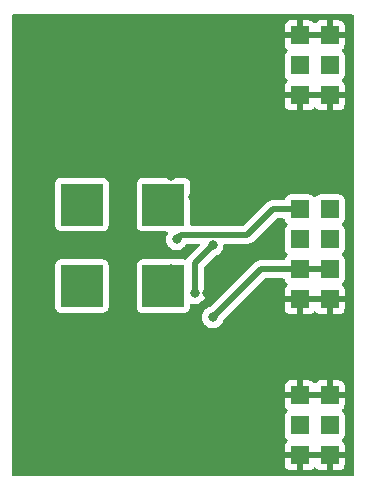
<source format=gbr>
%TF.GenerationSoftware,KiCad,Pcbnew,6.0.11+dfsg-1~bpo11+1*%
%TF.CreationDate,2023-05-25T08:31:50+00:00*%
%TF.ProjectId,SIPM02,5349504d-3032-42e6-9b69-6361645f7063,rev?*%
%TF.SameCoordinates,Original*%
%TF.FileFunction,Copper,L1,Top*%
%TF.FilePolarity,Positive*%
%FSLAX46Y46*%
G04 Gerber Fmt 4.6, Leading zero omitted, Abs format (unit mm)*
G04 Created by KiCad (PCBNEW 6.0.11+dfsg-1~bpo11+1) date 2023-05-25 08:31:50*
%MOMM*%
%LPD*%
G01*
G04 APERTURE LIST*
G04 Aperture macros list*
%AMOutline4P*
0 Free polygon, 4 corners , with rotation*
0 The origin of the aperture is its center*
0 number of corners: always 4*
0 $1 to $8 corner X, Y*
0 $9 Rotation angle, in degrees counterclockwise*
0 create outline with 4 corners*
4,1,4,$1,$2,$3,$4,$5,$6,$7,$8,$1,$2,$9*%
G04 Aperture macros list end*
%TA.AperFunction,ComponentPad*%
%ADD10C,6.000000*%
%TD*%
%TA.AperFunction,ComponentPad*%
%ADD11R,1.524000X1.524000*%
%TD*%
%TA.AperFunction,SMDPad,CuDef*%
%ADD12Outline4P,-1.750000X-1.750000X1.750000X-1.750000X1.750000X1.750000X-1.750000X1.750000X0.000000*%
%TD*%
%TA.AperFunction,SMDPad,CuDef*%
%ADD13Outline4P,-1.750000X-1.750000X1.750000X-1.750000X1.750000X1.750000X-1.750000X1.750000X90.000000*%
%TD*%
%TA.AperFunction,SMDPad,CuDef*%
%ADD14Outline4P,-1.750000X-1.750000X1.750000X-1.750000X1.750000X1.750000X-1.750000X1.750000X180.000000*%
%TD*%
%TA.AperFunction,SMDPad,CuDef*%
%ADD15Outline4P,-1.750000X-1.750000X1.750000X-1.750000X1.750000X1.750000X-1.750000X1.750000X270.000000*%
%TD*%
%TA.AperFunction,ViaPad*%
%ADD16C,0.800000*%
%TD*%
%TA.AperFunction,Conductor*%
%ADD17C,0.500000*%
%TD*%
%TA.AperFunction,Conductor*%
%ADD18C,0.400000*%
%TD*%
G04 APERTURE END LIST*
D10*
%TO.P,M2,1*%
%TO.N,GND*%
X5207000Y5080000D03*
%TD*%
%TO.P,M3,1*%
%TO.N,GND*%
X5207000Y35560000D03*
%TD*%
D11*
%TO.P,J10,1*%
%TO.N,/#PD*%
X25273000Y20828000D03*
%TO.P,J10,2*%
X27813000Y20828000D03*
%TD*%
%TO.P,J8,1*%
%TO.N,/OUT*%
X25273000Y18288000D03*
%TO.P,J8,2*%
X27813000Y18288000D03*
%TD*%
%TO.P,J4,1*%
%TO.N,GND*%
X25273000Y2540000D03*
%TO.P,J4,2*%
X27813000Y2540000D03*
%TD*%
%TO.P,J9,1*%
%TO.N,GND*%
X25273000Y15748000D03*
%TO.P,J9,2*%
X27813000Y15748000D03*
%TD*%
D12*
%TO.P,U1,1,A*%
%TO.N,Net-(C10-Pad2)*%
X6837000Y16870000D03*
D13*
%TO.P,U1,2,FO*%
%TO.N,Net-(R6-Pad1)*%
X13737000Y16870000D03*
D14*
%TO.P,U1,3,K*%
%TO.N,Net-(C6-Pad1)*%
X13737000Y23770000D03*
D15*
%TO.P,U1,4,NC*%
%TO.N,unconnected-(U1-Pad4)*%
X6837000Y23770000D03*
%TD*%
D11*
%TO.P,J1,1*%
%TO.N,GND*%
X25273000Y33020000D03*
%TO.P,J1,2*%
X27813000Y33020000D03*
%TD*%
%TO.P,J2,1*%
%TO.N,+28V*%
X25273000Y35560000D03*
%TO.P,J2,2*%
X27813000Y35560000D03*
%TD*%
%TO.P,J3,1*%
%TO.N,GND*%
X25273000Y38100000D03*
%TO.P,J3,2*%
X27813000Y38100000D03*
%TD*%
%TO.P,J5,1*%
%TO.N,/+3V6*%
X27813000Y5080000D03*
%TO.P,J5,2*%
X25273000Y5080000D03*
%TD*%
%TO.P,J6,1*%
%TO.N,GND*%
X27813000Y7620000D03*
%TO.P,J6,2*%
X25273000Y7620000D03*
%TD*%
%TO.P,J7,1*%
%TO.N,/DIRECT_OUT*%
X25273000Y23368000D03*
%TO.P,J7,2*%
X27813000Y23368000D03*
%TD*%
D10*
%TO.P,M1,1*%
%TO.N,GND*%
X15367000Y5080000D03*
%TD*%
%TO.P,M4,1*%
%TO.N,GND*%
X15367000Y35560000D03*
%TD*%
D16*
%TO.N,GND*%
X6096000Y26670000D03*
X7239000Y28448000D03*
X12827000Y11684000D03*
X16256000Y24384000D03*
X9271000Y33020000D03*
X10287000Y10160000D03*
X12065000Y27940000D03*
X10795000Y33020000D03*
X8763000Y13208000D03*
X20955000Y38100000D03*
X28067000Y25908000D03*
X22987000Y16256000D03*
X18415000Y23368000D03*
X7239000Y30988000D03*
X14351000Y26162000D03*
X10287000Y13208000D03*
X26035000Y13208000D03*
X11430000Y28956000D03*
X27559000Y13208000D03*
X16383000Y23368000D03*
X17399000Y16284502D03*
X26035000Y25908000D03*
X22987000Y13208000D03*
X7239000Y29464000D03*
X22987000Y14732000D03*
X20447000Y19812000D03*
X28067000Y27432000D03*
X24511000Y13208000D03*
X16383000Y22352000D03*
X7239000Y10160000D03*
X5715000Y10160000D03*
X6096000Y27813000D03*
X8763000Y10160000D03*
X22987000Y38100000D03*
X12446000Y28956000D03*
X26035000Y27432000D03*
X11811000Y10160000D03*
X13335000Y10160000D03*
X7239000Y27432000D03*
X28067000Y29464000D03*
X28067000Y30988000D03*
X26035000Y30988000D03*
X19431000Y36068000D03*
X7239000Y26543000D03*
X19431000Y34544000D03*
X19431000Y32512000D03*
X26035000Y29464000D03*
X19939000Y23368000D03*
X19431000Y38100000D03*
%TO.N,Net-(C6-Pad1)*%
X12827000Y24892000D03*
%TO.N,/DIRECT_OUT*%
X14859000Y20828000D03*
%TO.N,Net-(C10-Pad2)*%
X7747000Y15748000D03*
%TO.N,/OUT*%
X17907000Y14224000D03*
%TO.N,Net-(R6-Pad1)*%
X14351000Y18288000D03*
%TO.N,Net-(R10-Pad1)*%
X17907000Y20320000D03*
X16383000Y16256000D03*
%TD*%
D17*
%TO.N,GND*%
X7239000Y27432000D02*
X7239000Y26543000D01*
X19939000Y23368000D02*
X18415000Y23368000D01*
X10287000Y10160000D02*
X8763000Y10160000D01*
X19431000Y36068000D02*
X19431000Y38100000D01*
X7239000Y29464000D02*
X7239000Y30988000D01*
X19431000Y32512000D02*
X19431000Y34544000D01*
X7239000Y10160000D02*
X5715000Y10160000D01*
X22987000Y13208000D02*
X22987000Y14732000D01*
X13335000Y10160000D02*
X11811000Y10160000D01*
X27559000Y13208000D02*
X26035000Y13208000D01*
D18*
%TO.N,Net-(C6-Pad1)*%
X13137000Y24582000D02*
X12827000Y24892000D01*
X13137000Y23320000D02*
X13137000Y24582000D01*
D17*
%TO.N,/DIRECT_OUT*%
X22987000Y23368000D02*
X25273000Y23368000D01*
X14859000Y20828000D02*
X15258999Y21227999D01*
X20846999Y21227999D02*
X22987000Y23368000D01*
X15258999Y21227999D02*
X20846999Y21227999D01*
%TO.N,Net-(C10-Pad2)*%
X7437000Y16058000D02*
X7747000Y15748000D01*
X7437000Y17320000D02*
X7437000Y16058000D01*
%TO.N,/OUT*%
X17907000Y14224000D02*
X21971000Y18288000D01*
X25273000Y18288000D02*
X27813000Y18288000D01*
X21971000Y18288000D02*
X25273000Y18288000D01*
%TO.N,Net-(R6-Pad1)*%
X13533000Y17470000D02*
X14351000Y18288000D01*
X13287000Y17470000D02*
X13533000Y17470000D01*
%TO.N,Net-(R10-Pad1)*%
X16383000Y16256000D02*
X16383000Y18796000D01*
X16383000Y18796000D02*
X17907000Y20320000D01*
%TD*%
%TA.AperFunction,Conductor*%
%TO.N,GND*%
G36*
X29787121Y39857998D02*
G01*
X29833614Y39804342D01*
X29845000Y39752000D01*
X29845000Y888000D01*
X29824998Y819879D01*
X29771342Y773386D01*
X29719000Y762000D01*
X1015000Y762000D01*
X946879Y782002D01*
X900386Y835658D01*
X889000Y888000D01*
X889000Y2272452D01*
X23998000Y2272452D01*
X23998000Y1780257D01*
X23998161Y1775750D01*
X24002740Y1711731D01*
X24005126Y1698509D01*
X24041819Y1573542D01*
X24049233Y1557308D01*
X24118426Y1449640D01*
X24130112Y1436153D01*
X24226840Y1352338D01*
X24241848Y1342693D01*
X24358275Y1289523D01*
X24375388Y1284498D01*
X24506554Y1265639D01*
X24515495Y1265000D01*
X25000885Y1265000D01*
X25016124Y1269475D01*
X25017329Y1270865D01*
X25019000Y1278548D01*
X25019000Y2267885D01*
X25017659Y2272452D01*
X25527000Y2272452D01*
X25527000Y1283115D01*
X25531475Y1267876D01*
X25532865Y1266671D01*
X25540548Y1265000D01*
X26032743Y1265000D01*
X26037250Y1265161D01*
X26101269Y1269740D01*
X26114491Y1272126D01*
X26239458Y1308819D01*
X26255692Y1316233D01*
X26363360Y1385426D01*
X26376847Y1397112D01*
X26447677Y1478855D01*
X26507403Y1517239D01*
X26578400Y1517239D01*
X26638126Y1478856D01*
X26648900Y1464463D01*
X26658426Y1449640D01*
X26670112Y1436153D01*
X26766840Y1352338D01*
X26781848Y1342693D01*
X26898275Y1289523D01*
X26915388Y1284498D01*
X27046554Y1265639D01*
X27055495Y1265000D01*
X27540885Y1265000D01*
X27556124Y1269475D01*
X27557329Y1270865D01*
X27559000Y1278548D01*
X27559000Y2267885D01*
X27557659Y2272452D01*
X28067000Y2272452D01*
X28067000Y1283115D01*
X28071475Y1267876D01*
X28072865Y1266671D01*
X28080548Y1265000D01*
X28572743Y1265000D01*
X28577250Y1265161D01*
X28641269Y1269740D01*
X28654491Y1272126D01*
X28779458Y1308819D01*
X28795692Y1316233D01*
X28903360Y1385426D01*
X28916847Y1397112D01*
X29000662Y1493840D01*
X29010307Y1508848D01*
X29063477Y1625275D01*
X29068502Y1642388D01*
X29087361Y1773554D01*
X29088000Y1782497D01*
X29088000Y2267885D01*
X29083525Y2283124D01*
X29082135Y2284329D01*
X29074452Y2286000D01*
X28085115Y2286000D01*
X28069876Y2281525D01*
X28068671Y2280135D01*
X28067000Y2272452D01*
X27557659Y2272452D01*
X27554525Y2283124D01*
X27553135Y2284329D01*
X27545452Y2286000D01*
X25545115Y2286000D01*
X25529876Y2281525D01*
X25528671Y2280135D01*
X25527000Y2272452D01*
X25017659Y2272452D01*
X25014525Y2283124D01*
X25013135Y2284329D01*
X25005452Y2286000D01*
X24016115Y2286000D01*
X24000876Y2281525D01*
X23999671Y2280135D01*
X23998000Y2272452D01*
X889000Y2272452D01*
X889000Y5842000D01*
X23997500Y5842000D01*
X23997500Y4318000D01*
X24002727Y4244921D01*
X24043904Y4104684D01*
X24048775Y4097105D01*
X24118051Y3989309D01*
X24118053Y3989306D01*
X24122923Y3981729D01*
X24129733Y3975828D01*
X24211422Y3905043D01*
X24249805Y3845316D01*
X24249805Y3774320D01*
X24211421Y3714594D01*
X24197029Y3703821D01*
X24182640Y3694574D01*
X24169153Y3682888D01*
X24085338Y3586160D01*
X24075693Y3571152D01*
X24022523Y3454725D01*
X24017498Y3437612D01*
X23998639Y3306446D01*
X23998000Y3297505D01*
X23998000Y2812115D01*
X24002475Y2796876D01*
X24003865Y2795671D01*
X24011548Y2794000D01*
X29069885Y2794000D01*
X29085124Y2798475D01*
X29086329Y2799865D01*
X29088000Y2807548D01*
X29088000Y3299743D01*
X29087839Y3304250D01*
X29083260Y3368269D01*
X29080874Y3381491D01*
X29044181Y3506458D01*
X29036767Y3522692D01*
X28967574Y3630360D01*
X28955888Y3643846D01*
X28874534Y3714339D01*
X28836150Y3774065D01*
X28836150Y3845061D01*
X28874533Y3904788D01*
X28888925Y3915562D01*
X28903691Y3925051D01*
X28903694Y3925053D01*
X28911271Y3929923D01*
X28951048Y3975828D01*
X29001082Y4033569D01*
X29001084Y4033572D01*
X29006984Y4040381D01*
X29067700Y4173330D01*
X29078962Y4251660D01*
X29087861Y4313552D01*
X29087862Y4313559D01*
X29088500Y4318000D01*
X29088500Y5842000D01*
X29083273Y5915079D01*
X29042096Y6055316D01*
X28996393Y6126431D01*
X28967949Y6170691D01*
X28967947Y6170694D01*
X28963077Y6178271D01*
X28956267Y6184172D01*
X28874578Y6254957D01*
X28836195Y6314684D01*
X28836195Y6385680D01*
X28874579Y6445406D01*
X28888971Y6456179D01*
X28903360Y6465426D01*
X28916847Y6477112D01*
X29000662Y6573840D01*
X29010307Y6588848D01*
X29063477Y6705275D01*
X29068502Y6722388D01*
X29087361Y6853554D01*
X29088000Y6862497D01*
X29088000Y7347885D01*
X29083525Y7363124D01*
X29082135Y7364329D01*
X29074452Y7366000D01*
X24016115Y7366000D01*
X24000876Y7361525D01*
X23999671Y7360135D01*
X23998000Y7352452D01*
X23998000Y6860257D01*
X23998161Y6855750D01*
X24002740Y6791731D01*
X24005126Y6778509D01*
X24041819Y6653542D01*
X24049233Y6637308D01*
X24118426Y6529640D01*
X24130112Y6516154D01*
X24211466Y6445661D01*
X24249850Y6385935D01*
X24249850Y6314939D01*
X24211467Y6255212D01*
X24197075Y6244438D01*
X24182309Y6234949D01*
X24182306Y6234947D01*
X24174729Y6230077D01*
X24168828Y6223267D01*
X24084918Y6126431D01*
X24084916Y6126428D01*
X24079016Y6119619D01*
X24018300Y5986670D01*
X24017018Y5977755D01*
X24017018Y5977754D01*
X23998139Y5846448D01*
X23998138Y5846441D01*
X23997500Y5842000D01*
X889000Y5842000D01*
X889000Y8377505D01*
X23998000Y8377505D01*
X23998000Y7892115D01*
X24002475Y7876876D01*
X24003865Y7875671D01*
X24011548Y7874000D01*
X25000885Y7874000D01*
X25016124Y7878475D01*
X25017329Y7879865D01*
X25019000Y7887548D01*
X25019000Y8876885D01*
X25017659Y8881452D01*
X25527000Y8881452D01*
X25527000Y7892115D01*
X25531475Y7876876D01*
X25532865Y7875671D01*
X25540548Y7874000D01*
X27540885Y7874000D01*
X27556124Y7878475D01*
X27557329Y7879865D01*
X27559000Y7887548D01*
X27559000Y8876885D01*
X27557659Y8881452D01*
X28067000Y8881452D01*
X28067000Y7892115D01*
X28071475Y7876876D01*
X28072865Y7875671D01*
X28080548Y7874000D01*
X29069885Y7874000D01*
X29085124Y7878475D01*
X29086329Y7879865D01*
X29088000Y7887548D01*
X29088000Y8379743D01*
X29087839Y8384250D01*
X29083260Y8448269D01*
X29080874Y8461491D01*
X29044181Y8586458D01*
X29036767Y8602692D01*
X28967574Y8710360D01*
X28955888Y8723847D01*
X28859160Y8807662D01*
X28844152Y8817307D01*
X28727725Y8870477D01*
X28710612Y8875502D01*
X28579446Y8894361D01*
X28570505Y8895000D01*
X28085115Y8895000D01*
X28069876Y8890525D01*
X28068671Y8889135D01*
X28067000Y8881452D01*
X27557659Y8881452D01*
X27554525Y8892124D01*
X27553135Y8893329D01*
X27545452Y8895000D01*
X27053257Y8895000D01*
X27048750Y8894839D01*
X26984731Y8890260D01*
X26971509Y8887874D01*
X26846542Y8851181D01*
X26830308Y8843767D01*
X26722640Y8774574D01*
X26709153Y8762888D01*
X26638323Y8681145D01*
X26578597Y8642761D01*
X26507600Y8642761D01*
X26447874Y8681144D01*
X26437100Y8695537D01*
X26427574Y8710360D01*
X26415888Y8723847D01*
X26319160Y8807662D01*
X26304152Y8817307D01*
X26187725Y8870477D01*
X26170612Y8875502D01*
X26039446Y8894361D01*
X26030505Y8895000D01*
X25545115Y8895000D01*
X25529876Y8890525D01*
X25528671Y8889135D01*
X25527000Y8881452D01*
X25017659Y8881452D01*
X25014525Y8892124D01*
X25013135Y8893329D01*
X25005452Y8895000D01*
X24513257Y8895000D01*
X24508750Y8894839D01*
X24444731Y8890260D01*
X24431509Y8887874D01*
X24306542Y8851181D01*
X24290308Y8843767D01*
X24182640Y8774574D01*
X24169153Y8762888D01*
X24085338Y8666160D01*
X24075693Y8651152D01*
X24022523Y8534725D01*
X24017498Y8517612D01*
X23998639Y8386446D01*
X23998000Y8377505D01*
X889000Y8377505D01*
X889000Y18620000D01*
X4573500Y18620000D01*
X4573500Y15120000D01*
X4578727Y15046921D01*
X4619904Y14906684D01*
X4624775Y14899105D01*
X4694051Y14791309D01*
X4694053Y14791306D01*
X4698923Y14783729D01*
X4705733Y14777828D01*
X4802569Y14693918D01*
X4802572Y14693916D01*
X4809381Y14688016D01*
X4942330Y14627300D01*
X4951245Y14626018D01*
X4951246Y14626018D01*
X5082552Y14607139D01*
X5082559Y14607138D01*
X5087000Y14606500D01*
X8587000Y14606500D01*
X8660079Y14611727D01*
X8770513Y14644153D01*
X8791670Y14650365D01*
X8791672Y14650366D01*
X8800316Y14652904D01*
X8849125Y14684272D01*
X8915691Y14727051D01*
X8915694Y14727053D01*
X8923271Y14731923D01*
X8948416Y14760942D01*
X9013082Y14835569D01*
X9013084Y14835572D01*
X9018984Y14842381D01*
X9079700Y14975330D01*
X9096588Y15092790D01*
X9099861Y15115552D01*
X9099862Y15115559D01*
X9100500Y15120000D01*
X9100500Y18620000D01*
X9095273Y18693079D01*
X9071846Y18772864D01*
X9056635Y18824670D01*
X9056634Y18824672D01*
X9054096Y18833316D01*
X9028123Y18873731D01*
X8979949Y18948691D01*
X8979947Y18948694D01*
X8975077Y18956271D01*
X8942548Y18984458D01*
X8871431Y19046082D01*
X8871428Y19046084D01*
X8864619Y19051984D01*
X8781569Y19089912D01*
X8739864Y19108958D01*
X8739863Y19108958D01*
X8731670Y19112700D01*
X8722755Y19113982D01*
X8722754Y19113982D01*
X8591448Y19132861D01*
X8591441Y19132862D01*
X8587000Y19133500D01*
X5087000Y19133500D01*
X5013921Y19128273D01*
X4960884Y19112700D01*
X4882330Y19089635D01*
X4882328Y19089634D01*
X4873684Y19087096D01*
X4866105Y19082225D01*
X4758309Y19012949D01*
X4758306Y19012947D01*
X4750729Y19008077D01*
X4744828Y19001267D01*
X4660918Y18904431D01*
X4660916Y18904428D01*
X4655016Y18897619D01*
X4651272Y18889421D01*
X4620422Y18821868D01*
X4594300Y18764670D01*
X4593018Y18755755D01*
X4593018Y18755754D01*
X4574139Y18624448D01*
X4574138Y18624441D01*
X4573500Y18620000D01*
X889000Y18620000D01*
X889000Y25520000D01*
X4573500Y25520000D01*
X4573500Y22020000D01*
X4578727Y21946921D01*
X4619904Y21806684D01*
X4624775Y21799105D01*
X4694051Y21691309D01*
X4694053Y21691306D01*
X4698923Y21683729D01*
X4705733Y21677828D01*
X4802569Y21593918D01*
X4802572Y21593916D01*
X4809381Y21588016D01*
X4942330Y21527300D01*
X4951245Y21526018D01*
X4951246Y21526018D01*
X5082552Y21507139D01*
X5082559Y21507138D01*
X5087000Y21506500D01*
X8587000Y21506500D01*
X8660079Y21511727D01*
X8738165Y21534655D01*
X8791670Y21550365D01*
X8791672Y21550366D01*
X8800316Y21552904D01*
X8864135Y21593918D01*
X8915691Y21627051D01*
X8915694Y21627053D01*
X8923271Y21631923D01*
X8963048Y21677828D01*
X9013082Y21735569D01*
X9013084Y21735572D01*
X9018984Y21742381D01*
X9079700Y21875330D01*
X9080982Y21884246D01*
X9099861Y22015552D01*
X9099862Y22015559D01*
X9100500Y22020000D01*
X9100500Y25520000D01*
X11473500Y25520000D01*
X11473500Y22020000D01*
X11478727Y21946921D01*
X11519904Y21806684D01*
X11524775Y21799105D01*
X11594051Y21691309D01*
X11594053Y21691306D01*
X11598923Y21683729D01*
X11605733Y21677828D01*
X11702569Y21593918D01*
X11702572Y21593916D01*
X11709381Y21588016D01*
X11842330Y21527300D01*
X11851245Y21526018D01*
X11851246Y21526018D01*
X11982552Y21507139D01*
X11982559Y21507138D01*
X11987000Y21506500D01*
X13983453Y21506500D01*
X14051574Y21486498D01*
X14098067Y21432842D01*
X14108171Y21362568D01*
X14092572Y21317500D01*
X14024476Y21199554D01*
X13965462Y21017927D01*
X13945500Y20828000D01*
X13946190Y20821435D01*
X13959443Y20695345D01*
X13965462Y20638073D01*
X13967502Y20631795D01*
X13967502Y20631794D01*
X13981835Y20587681D01*
X14024476Y20456446D01*
X14119963Y20291058D01*
X14247749Y20149137D01*
X14253091Y20145256D01*
X14253093Y20145254D01*
X14368300Y20061552D01*
X14402250Y20036886D01*
X14408278Y20034202D01*
X14408280Y20034201D01*
X14570682Y19961895D01*
X14576713Y19959210D01*
X14670113Y19939357D01*
X14757056Y19920876D01*
X14757061Y19920876D01*
X14763513Y19919504D01*
X14954487Y19919504D01*
X14960939Y19920876D01*
X14960944Y19920876D01*
X15047887Y19939357D01*
X15141287Y19959210D01*
X15147318Y19961895D01*
X15309720Y20034201D01*
X15309722Y20034202D01*
X15315750Y20036886D01*
X15349700Y20061552D01*
X15464907Y20145254D01*
X15464909Y20145256D01*
X15470251Y20149137D01*
X15598037Y20291058D01*
X15664687Y20406499D01*
X15716070Y20455492D01*
X15773806Y20469499D01*
X16679628Y20469499D01*
X16747749Y20449497D01*
X16794242Y20395841D01*
X16804346Y20325567D01*
X16774852Y20260987D01*
X16768723Y20254404D01*
X15893322Y19379003D01*
X15878911Y19366618D01*
X15862294Y19354389D01*
X15839551Y19327619D01*
X15829382Y19315649D01*
X15822452Y19308133D01*
X15816335Y19302016D01*
X15814062Y19299143D01*
X15814054Y19299134D01*
X15797854Y19278657D01*
X15795063Y19275253D01*
X15752545Y19225206D01*
X15747803Y19219624D01*
X15744475Y19213106D01*
X15741123Y19208081D01*
X15737946Y19202937D01*
X15733406Y19197198D01*
X15730305Y19190563D01*
X15729563Y19188977D01*
X15728769Y19188077D01*
X15726461Y19184340D01*
X15725821Y19184735D01*
X15682597Y19135736D01*
X15614302Y19116338D01*
X15597487Y19117615D01*
X15491448Y19132861D01*
X15491441Y19132862D01*
X15487000Y19133500D01*
X14712380Y19133500D01*
X14661131Y19144393D01*
X14639318Y19154105D01*
X14639316Y19154105D01*
X14633287Y19156790D01*
X14539887Y19176643D01*
X14452944Y19195124D01*
X14452939Y19195124D01*
X14446487Y19196496D01*
X14255513Y19196496D01*
X14249061Y19195124D01*
X14249056Y19195124D01*
X14162113Y19176643D01*
X14068713Y19156790D01*
X14062684Y19154105D01*
X14062682Y19154105D01*
X14040869Y19144393D01*
X13989620Y19133500D01*
X11987000Y19133500D01*
X11913921Y19128273D01*
X11860884Y19112700D01*
X11782330Y19089635D01*
X11782328Y19089634D01*
X11773684Y19087096D01*
X11766105Y19082225D01*
X11658309Y19012949D01*
X11658306Y19012947D01*
X11650729Y19008077D01*
X11644828Y19001267D01*
X11560918Y18904431D01*
X11560916Y18904428D01*
X11555016Y18897619D01*
X11551272Y18889421D01*
X11520422Y18821868D01*
X11494300Y18764670D01*
X11493018Y18755755D01*
X11493018Y18755754D01*
X11474139Y18624448D01*
X11474138Y18624441D01*
X11473500Y18620000D01*
X11473500Y15120000D01*
X11478727Y15046921D01*
X11519904Y14906684D01*
X11524775Y14899105D01*
X11594051Y14791309D01*
X11594053Y14791306D01*
X11598923Y14783729D01*
X11605733Y14777828D01*
X11702569Y14693918D01*
X11702572Y14693916D01*
X11709381Y14688016D01*
X11842330Y14627300D01*
X11851245Y14626018D01*
X11851246Y14626018D01*
X11982552Y14607139D01*
X11982559Y14607138D01*
X11987000Y14606500D01*
X15487000Y14606500D01*
X15560079Y14611727D01*
X15670513Y14644153D01*
X15691670Y14650365D01*
X15691672Y14650366D01*
X15700316Y14652904D01*
X15749125Y14684272D01*
X15815691Y14727051D01*
X15815694Y14727053D01*
X15823271Y14731923D01*
X15848416Y14760942D01*
X15913082Y14835569D01*
X15913084Y14835572D01*
X15918984Y14842381D01*
X15979700Y14975330D01*
X15996588Y15092790D01*
X15999861Y15115552D01*
X15999862Y15115559D01*
X16000500Y15120000D01*
X16000500Y15252913D01*
X16020502Y15321034D01*
X16074158Y15367527D01*
X16144432Y15377631D01*
X16152697Y15376160D01*
X16281056Y15348876D01*
X16281061Y15348876D01*
X16287513Y15347504D01*
X16478487Y15347504D01*
X16484939Y15348876D01*
X16484944Y15348876D01*
X16572687Y15367527D01*
X16665287Y15387210D01*
X16765501Y15431828D01*
X16833720Y15462201D01*
X16833722Y15462202D01*
X16839750Y15464886D01*
X16875864Y15491124D01*
X16988907Y15573254D01*
X16988909Y15573256D01*
X16994251Y15577137D01*
X17122037Y15719058D01*
X17217524Y15884446D01*
X17242043Y15959907D01*
X17274498Y16059794D01*
X17274498Y16059795D01*
X17276538Y16066073D01*
X17296500Y16256000D01*
X17276538Y16445927D01*
X17217524Y16627554D01*
X17158381Y16729993D01*
X17141500Y16792992D01*
X17141500Y18429629D01*
X17161502Y18497750D01*
X17178405Y18518724D01*
X18063337Y19403656D01*
X18126234Y19437808D01*
X18189287Y19451210D01*
X18215615Y19462932D01*
X18357720Y19526201D01*
X18357722Y19526202D01*
X18363750Y19528886D01*
X18369092Y19532767D01*
X18512907Y19637254D01*
X18512909Y19637256D01*
X18518251Y19641137D01*
X18592706Y19723828D01*
X18641618Y19778150D01*
X18641619Y19778151D01*
X18646037Y19783058D01*
X18724814Y19919504D01*
X18738220Y19942723D01*
X18738221Y19942724D01*
X18741524Y19948446D01*
X18778988Y20063750D01*
X18798498Y20123794D01*
X18798498Y20123795D01*
X18800538Y20130073D01*
X18820500Y20320000D01*
X18819415Y20330323D01*
X18819810Y20332483D01*
X18819810Y20333171D01*
X18819936Y20333171D01*
X18832184Y20400162D01*
X18880683Y20452011D01*
X18944724Y20469499D01*
X20781012Y20469499D01*
X20799962Y20468066D01*
X20813119Y20466064D01*
X20813123Y20466064D01*
X20820353Y20464964D01*
X20827645Y20465557D01*
X20827648Y20465557D01*
X20871009Y20469084D01*
X20881223Y20469499D01*
X20889885Y20469499D01*
X20893519Y20469923D01*
X20893523Y20469923D01*
X20919482Y20472950D01*
X20923861Y20473383D01*
X20932646Y20474098D01*
X20996604Y20479299D01*
X21003567Y20481555D01*
X21009455Y20482731D01*
X21015372Y20484129D01*
X21022642Y20484977D01*
X21091266Y20509886D01*
X21095394Y20511303D01*
X21157867Y20531541D01*
X21157872Y20531543D01*
X21164829Y20533797D01*
X21171083Y20537592D01*
X21176561Y20540100D01*
X21181980Y20542814D01*
X21188863Y20545312D01*
X21249922Y20585344D01*
X21253611Y20587671D01*
X21277829Y20602367D01*
X21311207Y20622621D01*
X21311211Y20622624D01*
X21316005Y20625533D01*
X21325309Y20633750D01*
X21327893Y20635971D01*
X21330623Y20638254D01*
X21336746Y20642268D01*
X21385876Y20694131D01*
X21388254Y20696573D01*
X23264276Y22572595D01*
X23326588Y22606621D01*
X23353371Y22609500D01*
X23885919Y22609500D01*
X23954040Y22589498D01*
X24000533Y22535842D01*
X24006815Y22518998D01*
X24043904Y22392684D01*
X24048775Y22385105D01*
X24118051Y22277309D01*
X24118053Y22277306D01*
X24122923Y22269729D01*
X24198962Y22203841D01*
X24211033Y22193381D01*
X24249416Y22133655D01*
X24249416Y22062659D01*
X24211032Y22002932D01*
X24196642Y21992160D01*
X24174729Y21978077D01*
X24168828Y21971267D01*
X24084918Y21874431D01*
X24084916Y21874428D01*
X24079016Y21867619D01*
X24018300Y21734670D01*
X24017018Y21725755D01*
X24017018Y21725754D01*
X23998139Y21594448D01*
X23998138Y21594441D01*
X23997500Y21590000D01*
X23997500Y20066000D01*
X24002727Y19992921D01*
X24043904Y19852684D01*
X24048775Y19845105D01*
X24118051Y19737309D01*
X24118053Y19737306D01*
X24122923Y19729729D01*
X24198962Y19663841D01*
X24211033Y19653381D01*
X24249416Y19593655D01*
X24249416Y19522659D01*
X24211032Y19462932D01*
X24196642Y19452160D01*
X24174729Y19438077D01*
X24168828Y19431267D01*
X24084918Y19334431D01*
X24084916Y19334428D01*
X24079016Y19327619D01*
X24018300Y19194670D01*
X24017018Y19185756D01*
X24017016Y19185748D01*
X24012533Y19154567D01*
X23983040Y19089987D01*
X23923313Y19051604D01*
X23887816Y19046500D01*
X22036987Y19046500D01*
X22018037Y19047933D01*
X22004880Y19049935D01*
X22004876Y19049935D01*
X21997646Y19051035D01*
X21990354Y19050442D01*
X21990351Y19050442D01*
X21946990Y19046915D01*
X21936776Y19046500D01*
X21928114Y19046500D01*
X21924480Y19046076D01*
X21924476Y19046076D01*
X21898517Y19043049D01*
X21894138Y19042616D01*
X21885353Y19041901D01*
X21821395Y19036700D01*
X21814432Y19034444D01*
X21808544Y19033268D01*
X21802627Y19031870D01*
X21795357Y19031022D01*
X21726733Y19006113D01*
X21722605Y19004696D01*
X21660132Y18984458D01*
X21660127Y18984456D01*
X21653170Y18982202D01*
X21646916Y18978407D01*
X21641438Y18975899D01*
X21636019Y18973185D01*
X21629136Y18970687D01*
X21568077Y18930655D01*
X21564388Y18928328D01*
X21540170Y18913632D01*
X21506792Y18893378D01*
X21506788Y18893375D01*
X21501994Y18890466D01*
X21497788Y18886751D01*
X21492690Y18882249D01*
X21490106Y18880028D01*
X21487376Y18877745D01*
X21481253Y18873731D01*
X21476218Y18868416D01*
X21432123Y18821868D01*
X21429745Y18819426D01*
X17750663Y15140344D01*
X17687766Y15106192D01*
X17624713Y15092790D01*
X17618683Y15090105D01*
X17618682Y15090105D01*
X17456280Y15017799D01*
X17456278Y15017798D01*
X17450250Y15015114D01*
X17444909Y15011234D01*
X17444908Y15011233D01*
X17301093Y14906746D01*
X17301091Y14906744D01*
X17295749Y14902863D01*
X17291328Y14897953D01*
X17291327Y14897952D01*
X17195306Y14791309D01*
X17167963Y14760942D01*
X17116880Y14672463D01*
X17078889Y14606661D01*
X17072476Y14595554D01*
X17070434Y14589269D01*
X17032864Y14473639D01*
X17013462Y14413927D01*
X16993500Y14224000D01*
X17013462Y14034073D01*
X17072476Y13852446D01*
X17167963Y13687058D01*
X17295749Y13545137D01*
X17301091Y13541256D01*
X17301093Y13541254D01*
X17444908Y13436767D01*
X17450250Y13432886D01*
X17456278Y13430202D01*
X17456280Y13430201D01*
X17618682Y13357895D01*
X17624713Y13355210D01*
X17718113Y13335357D01*
X17805056Y13316876D01*
X17805061Y13316876D01*
X17811513Y13315504D01*
X18002487Y13315504D01*
X18008939Y13316876D01*
X18008944Y13316876D01*
X18095887Y13335357D01*
X18189287Y13355210D01*
X18195318Y13357895D01*
X18357720Y13430201D01*
X18357722Y13430202D01*
X18363750Y13432886D01*
X18369092Y13436767D01*
X18512907Y13541254D01*
X18512909Y13541256D01*
X18518251Y13545137D01*
X18646037Y13687058D01*
X18741524Y13852446D01*
X18796381Y14021279D01*
X18827119Y14071438D01*
X20236133Y15480452D01*
X23998000Y15480452D01*
X23998000Y14988257D01*
X23998161Y14983750D01*
X24002740Y14919731D01*
X24005126Y14906509D01*
X24041819Y14781542D01*
X24049233Y14765308D01*
X24118426Y14657640D01*
X24130112Y14644153D01*
X24226840Y14560338D01*
X24241848Y14550693D01*
X24358275Y14497523D01*
X24375388Y14492498D01*
X24506554Y14473639D01*
X24515495Y14473000D01*
X25000885Y14473000D01*
X25016124Y14477475D01*
X25017329Y14478865D01*
X25019000Y14486548D01*
X25019000Y15475885D01*
X25017659Y15480452D01*
X25527000Y15480452D01*
X25527000Y14491115D01*
X25531475Y14475876D01*
X25532865Y14474671D01*
X25540548Y14473000D01*
X26032743Y14473000D01*
X26037250Y14473161D01*
X26101269Y14477740D01*
X26114491Y14480126D01*
X26239458Y14516819D01*
X26255692Y14524233D01*
X26363360Y14593426D01*
X26376847Y14605112D01*
X26447677Y14686855D01*
X26507403Y14725239D01*
X26578400Y14725239D01*
X26638126Y14686856D01*
X26648900Y14672463D01*
X26658426Y14657640D01*
X26670112Y14644153D01*
X26766840Y14560338D01*
X26781848Y14550693D01*
X26898275Y14497523D01*
X26915388Y14492498D01*
X27046554Y14473639D01*
X27055495Y14473000D01*
X27540885Y14473000D01*
X27556124Y14477475D01*
X27557329Y14478865D01*
X27559000Y14486548D01*
X27559000Y15475885D01*
X27557659Y15480452D01*
X28067000Y15480452D01*
X28067000Y14491115D01*
X28071475Y14475876D01*
X28072865Y14474671D01*
X28080548Y14473000D01*
X28572743Y14473000D01*
X28577250Y14473161D01*
X28641269Y14477740D01*
X28654491Y14480126D01*
X28779458Y14516819D01*
X28795692Y14524233D01*
X28903360Y14593426D01*
X28916847Y14605112D01*
X29000662Y14701840D01*
X29010307Y14716848D01*
X29063477Y14833275D01*
X29068502Y14850388D01*
X29087361Y14981554D01*
X29088000Y14990497D01*
X29088000Y15475885D01*
X29083525Y15491124D01*
X29082135Y15492329D01*
X29074452Y15494000D01*
X28085115Y15494000D01*
X28069876Y15489525D01*
X28068671Y15488135D01*
X28067000Y15480452D01*
X27557659Y15480452D01*
X27554525Y15491124D01*
X27553135Y15492329D01*
X27545452Y15494000D01*
X25545115Y15494000D01*
X25529876Y15489525D01*
X25528671Y15488135D01*
X25527000Y15480452D01*
X25017659Y15480452D01*
X25014525Y15491124D01*
X25013135Y15492329D01*
X25005452Y15494000D01*
X24016115Y15494000D01*
X24000876Y15489525D01*
X23999671Y15488135D01*
X23998000Y15480452D01*
X20236133Y15480452D01*
X22248276Y17492595D01*
X22310588Y17526621D01*
X22337371Y17529500D01*
X23885919Y17529500D01*
X23954040Y17509498D01*
X24000533Y17455842D01*
X24006815Y17438998D01*
X24043904Y17312684D01*
X24048775Y17305105D01*
X24118051Y17197309D01*
X24118053Y17197306D01*
X24122923Y17189729D01*
X24129733Y17183828D01*
X24211422Y17113043D01*
X24249805Y17053316D01*
X24249805Y16982320D01*
X24211421Y16922594D01*
X24197029Y16911821D01*
X24182640Y16902574D01*
X24169153Y16890888D01*
X24085338Y16794160D01*
X24075693Y16779152D01*
X24022523Y16662725D01*
X24017498Y16645612D01*
X23998639Y16514446D01*
X23998000Y16505505D01*
X23998000Y16020115D01*
X24002475Y16004876D01*
X24003865Y16003671D01*
X24011548Y16002000D01*
X29069885Y16002000D01*
X29085124Y16006475D01*
X29086329Y16007865D01*
X29088000Y16015548D01*
X29088000Y16507743D01*
X29087839Y16512250D01*
X29083260Y16576269D01*
X29080874Y16589491D01*
X29044181Y16714458D01*
X29036767Y16730692D01*
X28967574Y16838360D01*
X28955888Y16851846D01*
X28874534Y16922339D01*
X28836150Y16982065D01*
X28836150Y17053061D01*
X28874533Y17112788D01*
X28888925Y17123562D01*
X28903691Y17133051D01*
X28903694Y17133053D01*
X28911271Y17137923D01*
X28951048Y17183828D01*
X29001082Y17241569D01*
X29001084Y17241572D01*
X29006984Y17248381D01*
X29067700Y17381330D01*
X29078413Y17455842D01*
X29087861Y17521552D01*
X29087862Y17521559D01*
X29088500Y17526000D01*
X29088500Y19050000D01*
X29083273Y19123079D01*
X29042096Y19263316D01*
X28996393Y19334431D01*
X28967949Y19378691D01*
X28967947Y19378694D01*
X28963077Y19386271D01*
X28874967Y19462620D01*
X28836584Y19522345D01*
X28836584Y19593341D01*
X28874968Y19653068D01*
X28889359Y19663841D01*
X28911271Y19677923D01*
X28951048Y19723828D01*
X29001082Y19781569D01*
X29001084Y19781572D01*
X29006984Y19788381D01*
X29067700Y19921330D01*
X29078962Y19999660D01*
X29087861Y20061552D01*
X29087862Y20061559D01*
X29088500Y20066000D01*
X29088500Y21590000D01*
X29083273Y21663079D01*
X29042096Y21803316D01*
X28990085Y21884246D01*
X28967949Y21918691D01*
X28967947Y21918694D01*
X28963077Y21926271D01*
X28874967Y22002620D01*
X28836584Y22062345D01*
X28836584Y22133341D01*
X28874968Y22193068D01*
X28889359Y22203841D01*
X28911271Y22217923D01*
X28951048Y22263828D01*
X29001082Y22321569D01*
X29001084Y22321572D01*
X29006984Y22328381D01*
X29067700Y22461330D01*
X29078413Y22535842D01*
X29087861Y22601552D01*
X29087862Y22601559D01*
X29088500Y22606000D01*
X29088500Y24130000D01*
X29083273Y24203079D01*
X29042096Y24343316D01*
X28996393Y24414431D01*
X28967949Y24458691D01*
X28967947Y24458694D01*
X28963077Y24466271D01*
X28956267Y24472172D01*
X28859431Y24556082D01*
X28859428Y24556084D01*
X28852619Y24561984D01*
X28719670Y24622700D01*
X28710755Y24623982D01*
X28710754Y24623982D01*
X28579448Y24642861D01*
X28579441Y24642862D01*
X28575000Y24643500D01*
X27051000Y24643500D01*
X26977921Y24638273D01*
X26924884Y24622700D01*
X26846330Y24599635D01*
X26846328Y24599634D01*
X26837684Y24597096D01*
X26830105Y24592225D01*
X26722309Y24522949D01*
X26722306Y24522947D01*
X26714729Y24518077D01*
X26663271Y24458691D01*
X26638381Y24429967D01*
X26578655Y24391584D01*
X26507659Y24391584D01*
X26447932Y24429968D01*
X26437159Y24444359D01*
X26427948Y24458691D01*
X26423077Y24466271D01*
X26416267Y24472172D01*
X26319431Y24556082D01*
X26319428Y24556084D01*
X26312619Y24561984D01*
X26179670Y24622700D01*
X26170755Y24623982D01*
X26170754Y24623982D01*
X26039448Y24642861D01*
X26039441Y24642862D01*
X26035000Y24643500D01*
X24511000Y24643500D01*
X24437921Y24638273D01*
X24384884Y24622700D01*
X24306330Y24599635D01*
X24306328Y24599634D01*
X24297684Y24597096D01*
X24290105Y24592225D01*
X24182309Y24522949D01*
X24182306Y24522947D01*
X24174729Y24518077D01*
X24168828Y24511267D01*
X24084918Y24414431D01*
X24084916Y24414428D01*
X24079016Y24407619D01*
X24018300Y24274670D01*
X24017018Y24265756D01*
X24017016Y24265748D01*
X24012533Y24234567D01*
X23983040Y24169987D01*
X23923313Y24131604D01*
X23887816Y24126500D01*
X23052987Y24126500D01*
X23034036Y24127933D01*
X23020879Y24129935D01*
X23020876Y24129935D01*
X23013646Y24131035D01*
X23006354Y24130442D01*
X23006351Y24130442D01*
X22962993Y24126915D01*
X22952778Y24126500D01*
X22944114Y24126500D01*
X22940480Y24126076D01*
X22940474Y24126076D01*
X22930533Y24124917D01*
X22914485Y24123046D01*
X22910158Y24122618D01*
X22880994Y24120246D01*
X22844692Y24117293D01*
X22844688Y24117292D01*
X22837395Y24116699D01*
X22830434Y24114444D01*
X22824503Y24113259D01*
X22818627Y24111870D01*
X22811357Y24111022D01*
X22742722Y24086109D01*
X22738618Y24084701D01*
X22723865Y24079921D01*
X22676134Y24064459D01*
X22676129Y24064457D01*
X22669169Y24062202D01*
X22662911Y24058404D01*
X22657437Y24055898D01*
X22652020Y24053186D01*
X22645136Y24050687D01*
X22639015Y24046674D01*
X22639013Y24046673D01*
X22584089Y24010664D01*
X22580372Y24008319D01*
X22517993Y23970465D01*
X22513790Y23966753D01*
X22508690Y23962249D01*
X22506108Y23960031D01*
X22503369Y23957741D01*
X22497253Y23953731D01*
X22492223Y23948421D01*
X22448123Y23901868D01*
X22445745Y23899426D01*
X20569723Y22023404D01*
X20507411Y21989378D01*
X20480628Y21986499D01*
X16126500Y21986499D01*
X16058379Y22006501D01*
X16011886Y22060157D01*
X16000500Y22112499D01*
X16000500Y25520000D01*
X15995273Y25593079D01*
X15954096Y25733316D01*
X15908393Y25804431D01*
X15879949Y25848691D01*
X15879947Y25848694D01*
X15875077Y25856271D01*
X15868267Y25862172D01*
X15771431Y25946082D01*
X15771428Y25946084D01*
X15764619Y25951984D01*
X15631670Y26012700D01*
X15622755Y26013982D01*
X15622754Y26013982D01*
X15491448Y26032861D01*
X15491441Y26032862D01*
X15487000Y26033500D01*
X11987000Y26033500D01*
X11913921Y26028273D01*
X11860884Y26012700D01*
X11782330Y25989635D01*
X11782328Y25989634D01*
X11773684Y25987096D01*
X11766105Y25982225D01*
X11658309Y25912949D01*
X11658306Y25912947D01*
X11650729Y25908077D01*
X11644828Y25901267D01*
X11560918Y25804431D01*
X11560916Y25804428D01*
X11555016Y25797619D01*
X11494300Y25664670D01*
X11493018Y25655755D01*
X11493018Y25655754D01*
X11474139Y25524448D01*
X11474138Y25524441D01*
X11473500Y25520000D01*
X9100500Y25520000D01*
X9095273Y25593079D01*
X9054096Y25733316D01*
X9008393Y25804431D01*
X8979949Y25848691D01*
X8979947Y25848694D01*
X8975077Y25856271D01*
X8968267Y25862172D01*
X8871431Y25946082D01*
X8871428Y25946084D01*
X8864619Y25951984D01*
X8731670Y26012700D01*
X8722755Y26013982D01*
X8722754Y26013982D01*
X8591448Y26032861D01*
X8591441Y26032862D01*
X8587000Y26033500D01*
X5087000Y26033500D01*
X5013921Y26028273D01*
X4960884Y26012700D01*
X4882330Y25989635D01*
X4882328Y25989634D01*
X4873684Y25987096D01*
X4866105Y25982225D01*
X4758309Y25912949D01*
X4758306Y25912947D01*
X4750729Y25908077D01*
X4744828Y25901267D01*
X4660918Y25804431D01*
X4660916Y25804428D01*
X4655016Y25797619D01*
X4594300Y25664670D01*
X4593018Y25655755D01*
X4593018Y25655754D01*
X4574139Y25524448D01*
X4574138Y25524441D01*
X4573500Y25520000D01*
X889000Y25520000D01*
X889000Y32752452D01*
X23998000Y32752452D01*
X23998000Y32260257D01*
X23998161Y32255750D01*
X24002740Y32191731D01*
X24005126Y32178509D01*
X24041819Y32053542D01*
X24049233Y32037308D01*
X24118426Y31929640D01*
X24130112Y31916153D01*
X24226840Y31832338D01*
X24241848Y31822693D01*
X24358275Y31769523D01*
X24375388Y31764498D01*
X24506554Y31745639D01*
X24515495Y31745000D01*
X25000885Y31745000D01*
X25016124Y31749475D01*
X25017329Y31750865D01*
X25019000Y31758548D01*
X25019000Y32747885D01*
X25017659Y32752452D01*
X25527000Y32752452D01*
X25527000Y31763115D01*
X25531475Y31747876D01*
X25532865Y31746671D01*
X25540548Y31745000D01*
X26032743Y31745000D01*
X26037250Y31745161D01*
X26101269Y31749740D01*
X26114491Y31752126D01*
X26239458Y31788819D01*
X26255692Y31796233D01*
X26363360Y31865426D01*
X26376847Y31877112D01*
X26447677Y31958855D01*
X26507403Y31997239D01*
X26578400Y31997239D01*
X26638126Y31958856D01*
X26648900Y31944463D01*
X26658426Y31929640D01*
X26670112Y31916153D01*
X26766840Y31832338D01*
X26781848Y31822693D01*
X26898275Y31769523D01*
X26915388Y31764498D01*
X27046554Y31745639D01*
X27055495Y31745000D01*
X27540885Y31745000D01*
X27556124Y31749475D01*
X27557329Y31750865D01*
X27559000Y31758548D01*
X27559000Y32747885D01*
X27557659Y32752452D01*
X28067000Y32752452D01*
X28067000Y31763115D01*
X28071475Y31747876D01*
X28072865Y31746671D01*
X28080548Y31745000D01*
X28572743Y31745000D01*
X28577250Y31745161D01*
X28641269Y31749740D01*
X28654491Y31752126D01*
X28779458Y31788819D01*
X28795692Y31796233D01*
X28903360Y31865426D01*
X28916847Y31877112D01*
X29000662Y31973840D01*
X29010307Y31988848D01*
X29063477Y32105275D01*
X29068502Y32122388D01*
X29087361Y32253554D01*
X29088000Y32262497D01*
X29088000Y32747885D01*
X29083525Y32763124D01*
X29082135Y32764329D01*
X29074452Y32766000D01*
X28085115Y32766000D01*
X28069876Y32761525D01*
X28068671Y32760135D01*
X28067000Y32752452D01*
X27557659Y32752452D01*
X27554525Y32763124D01*
X27553135Y32764329D01*
X27545452Y32766000D01*
X25545115Y32766000D01*
X25529876Y32761525D01*
X25528671Y32760135D01*
X25527000Y32752452D01*
X25017659Y32752452D01*
X25014525Y32763124D01*
X25013135Y32764329D01*
X25005452Y32766000D01*
X24016115Y32766000D01*
X24000876Y32761525D01*
X23999671Y32760135D01*
X23998000Y32752452D01*
X889000Y32752452D01*
X889000Y36322000D01*
X23997500Y36322000D01*
X23997500Y34798000D01*
X24002727Y34724921D01*
X24043904Y34584684D01*
X24048775Y34577105D01*
X24118051Y34469309D01*
X24118053Y34469306D01*
X24122923Y34461729D01*
X24129733Y34455828D01*
X24211422Y34385043D01*
X24249805Y34325316D01*
X24249805Y34254320D01*
X24211421Y34194594D01*
X24197029Y34183821D01*
X24182640Y34174574D01*
X24169153Y34162888D01*
X24085338Y34066160D01*
X24075693Y34051152D01*
X24022523Y33934725D01*
X24017498Y33917612D01*
X23998639Y33786446D01*
X23998000Y33777505D01*
X23998000Y33292115D01*
X24002475Y33276876D01*
X24003865Y33275671D01*
X24011548Y33274000D01*
X29069885Y33274000D01*
X29085124Y33278475D01*
X29086329Y33279865D01*
X29088000Y33287548D01*
X29088000Y33779743D01*
X29087839Y33784250D01*
X29083260Y33848269D01*
X29080874Y33861491D01*
X29044181Y33986458D01*
X29036767Y34002692D01*
X28967574Y34110360D01*
X28955888Y34123846D01*
X28874534Y34194339D01*
X28836150Y34254065D01*
X28836150Y34325061D01*
X28874533Y34384788D01*
X28888925Y34395562D01*
X28903691Y34405051D01*
X28903694Y34405053D01*
X28911271Y34409923D01*
X28951048Y34455828D01*
X29001082Y34513569D01*
X29001084Y34513572D01*
X29006984Y34520381D01*
X29067700Y34653330D01*
X29078962Y34731660D01*
X29087861Y34793552D01*
X29087862Y34793559D01*
X29088500Y34798000D01*
X29088500Y36322000D01*
X29083273Y36395079D01*
X29042096Y36535316D01*
X28996393Y36606431D01*
X28967949Y36650691D01*
X28967947Y36650694D01*
X28963077Y36658271D01*
X28956267Y36664172D01*
X28874578Y36734957D01*
X28836195Y36794684D01*
X28836195Y36865680D01*
X28874579Y36925406D01*
X28888971Y36936179D01*
X28903360Y36945426D01*
X28916847Y36957112D01*
X29000662Y37053840D01*
X29010307Y37068848D01*
X29063477Y37185275D01*
X29068502Y37202388D01*
X29087361Y37333554D01*
X29088000Y37342497D01*
X29088000Y37827885D01*
X29083525Y37843124D01*
X29082135Y37844329D01*
X29074452Y37846000D01*
X24016115Y37846000D01*
X24000876Y37841525D01*
X23999671Y37840135D01*
X23998000Y37832452D01*
X23998000Y37340257D01*
X23998161Y37335750D01*
X24002740Y37271731D01*
X24005126Y37258509D01*
X24041819Y37133542D01*
X24049233Y37117308D01*
X24118426Y37009640D01*
X24130112Y36996154D01*
X24211466Y36925661D01*
X24249850Y36865935D01*
X24249850Y36794939D01*
X24211467Y36735212D01*
X24197075Y36724438D01*
X24182309Y36714949D01*
X24182306Y36714947D01*
X24174729Y36710077D01*
X24168828Y36703267D01*
X24084918Y36606431D01*
X24084916Y36606428D01*
X24079016Y36599619D01*
X24018300Y36466670D01*
X24017018Y36457755D01*
X24017018Y36457754D01*
X23998139Y36326448D01*
X23998138Y36326441D01*
X23997500Y36322000D01*
X889000Y36322000D01*
X889000Y38857505D01*
X23998000Y38857505D01*
X23998000Y38372115D01*
X24002475Y38356876D01*
X24003865Y38355671D01*
X24011548Y38354000D01*
X25000885Y38354000D01*
X25016124Y38358475D01*
X25017329Y38359865D01*
X25019000Y38367548D01*
X25019000Y39356885D01*
X25017659Y39361452D01*
X25527000Y39361452D01*
X25527000Y38372115D01*
X25531475Y38356876D01*
X25532865Y38355671D01*
X25540548Y38354000D01*
X27540885Y38354000D01*
X27556124Y38358475D01*
X27557329Y38359865D01*
X27559000Y38367548D01*
X27559000Y39356885D01*
X27557659Y39361452D01*
X28067000Y39361452D01*
X28067000Y38372115D01*
X28071475Y38356876D01*
X28072865Y38355671D01*
X28080548Y38354000D01*
X29069885Y38354000D01*
X29085124Y38358475D01*
X29086329Y38359865D01*
X29088000Y38367548D01*
X29088000Y38859743D01*
X29087839Y38864250D01*
X29083260Y38928269D01*
X29080874Y38941491D01*
X29044181Y39066458D01*
X29036767Y39082692D01*
X28967574Y39190360D01*
X28955888Y39203847D01*
X28859160Y39287662D01*
X28844152Y39297307D01*
X28727725Y39350477D01*
X28710612Y39355502D01*
X28579446Y39374361D01*
X28570505Y39375000D01*
X28085115Y39375000D01*
X28069876Y39370525D01*
X28068671Y39369135D01*
X28067000Y39361452D01*
X27557659Y39361452D01*
X27554525Y39372124D01*
X27553135Y39373329D01*
X27545452Y39375000D01*
X27053257Y39375000D01*
X27048750Y39374839D01*
X26984731Y39370260D01*
X26971509Y39367874D01*
X26846542Y39331181D01*
X26830308Y39323767D01*
X26722640Y39254574D01*
X26709153Y39242888D01*
X26638323Y39161145D01*
X26578597Y39122761D01*
X26507600Y39122761D01*
X26447874Y39161144D01*
X26437100Y39175537D01*
X26427574Y39190360D01*
X26415888Y39203847D01*
X26319160Y39287662D01*
X26304152Y39297307D01*
X26187725Y39350477D01*
X26170612Y39355502D01*
X26039446Y39374361D01*
X26030505Y39375000D01*
X25545115Y39375000D01*
X25529876Y39370525D01*
X25528671Y39369135D01*
X25527000Y39361452D01*
X25017659Y39361452D01*
X25014525Y39372124D01*
X25013135Y39373329D01*
X25005452Y39375000D01*
X24513257Y39375000D01*
X24508750Y39374839D01*
X24444731Y39370260D01*
X24431509Y39367874D01*
X24306542Y39331181D01*
X24290308Y39323767D01*
X24182640Y39254574D01*
X24169153Y39242888D01*
X24085338Y39146160D01*
X24075693Y39131152D01*
X24022523Y39014725D01*
X24017498Y38997612D01*
X23998639Y38866446D01*
X23998000Y38857505D01*
X889000Y38857505D01*
X889000Y39752000D01*
X909002Y39820121D01*
X962658Y39866614D01*
X1015000Y39878000D01*
X29719000Y39878000D01*
X29787121Y39857998D01*
G37*
%TD.AperFunction*%
%TD*%
M02*

</source>
